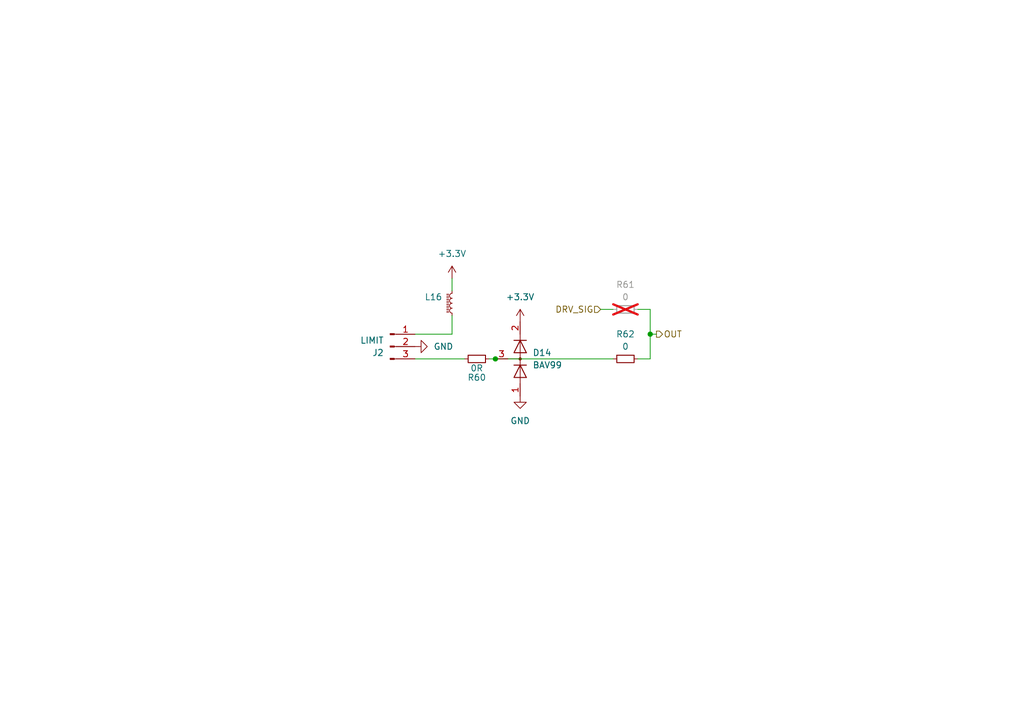
<source format=kicad_sch>
(kicad_sch (version 20230121) (generator eeschema)
  (paper "A5")
  (title_block (title "LumenPnP Motherboard") (date "2022-03-29") (company "Opulo"))
  (lib_symbols
    (symbol "+3.3V_1" (power) (pin_names (offset 0))
      (property "Value" "+3.3V_1" (at 0 3.556 0))
      (symbol "+3.3V_1_0_1"
        (polyline (pts (xy -0.762 1.27) (xy 0 2.54)))
        (polyline (pts (xy 0 0) (xy 0 2.54)))
        (polyline (pts (xy 0 2.54) (xy 0.762 1.27)))
      )
      (symbol "+3.3V_1_1_1"
        (pin power_in line (at 0 0 90) (length 0) hide (name "+3.3V") (number "1"))
      )
    )
    (symbol "Connector:Conn_01x03_Male" (pin_names (offset 1.016) hide)
      (property "Reference" "J" (at 0 5.08 0))
      (property "Value" "Conn_01x03_Male" (at 0 -5.08 0))
      (symbol "Conn_01x03_Male_1_1"
        (polyline (pts (xy 1.27 -2.54) (xy 0.8636 -2.54)) (stroke (width 0.1524)))
        (polyline (pts (xy 1.27 0) (xy 0.8636 0)) (stroke (width 0.1524)))
        (polyline (pts (xy 1.27 2.54) (xy 0.8636 2.54)) (stroke (width 0.1524)))
        (rectangle (start 0.8636 -2.413) (end 0 -2.667) (stroke (width 0.1524)) (fill (type outline)))
        (rectangle (start 0.8636 0.127) (end 0 -0.127) (stroke (width 0.1524)) (fill (type outline)))
        (rectangle (start 0.8636 2.667) (end 0 2.413) (stroke (width 0.1524)) (fill (type outline)))
        (pin passive line (at 5.08 2.54 180) (length 3.81) (name "Pin_1") (number "1"))
        (pin passive line (at 5.08 0 180) (length 3.81) (name "Pin_2") (number "2"))
        (pin passive line (at 5.08 -2.54 180) (length 3.81) (name "Pin_3") (number "3"))
      )
    )
    (symbol "Device:L_Ferrite_Small" (pin_numbers hide) (pin_names (offset 0.254) hide)
      (property "Reference" "L" (at 1.27 1.016 0))
      (property "Value" "L_Ferrite_Small" (at 1.27 -1.27 0))
      (symbol "L_Ferrite_Small_0_1"
        (arc (start 0 -2.032) (mid 0.5058 -1.524) (end 0 -1.016))
        (arc (start 0 -1.016) (mid 0.5058 -0.508) (end 0 0))
        (polyline (pts (xy 0.762 -1.905) (xy 0.762 -1.651)))
        (polyline (pts (xy 0.762 -1.397) (xy 0.762 -1.143)))
        (polyline (pts (xy 0.762 -0.889) (xy 0.762 -0.635)))
        (polyline (pts (xy 0.762 -0.381) (xy 0.762 -0.127)))
        (polyline (pts (xy 0.762 0.127) (xy 0.762 0.381)))
        (polyline (pts (xy 0.762 0.635) (xy 0.762 0.889)))
        (polyline (pts (xy 0.762 1.143) (xy 0.762 1.397)))
        (polyline (pts (xy 0.762 1.651) (xy 0.762 1.905)))
        (polyline (pts (xy 1.016 -1.651) (xy 1.016 -1.905)))
        (polyline (pts (xy 1.016 -1.143) (xy 1.016 -1.397)))
        (polyline (pts (xy 1.016 -0.635) (xy 1.016 -0.889)))
        (polyline (pts (xy 1.016 -0.127) (xy 1.016 -0.381)))
        (polyline (pts (xy 1.016 0.381) (xy 1.016 0.127)))
        (polyline (pts (xy 1.016 0.889) (xy 1.016 0.635)))
        (polyline (pts (xy 1.016 1.397) (xy 1.016 1.143)))
        (polyline (pts (xy 1.016 1.905) (xy 1.016 1.651)))
        (arc (start 0 0) (mid 0.5058 0.508) (end 0 1.016))
        (arc (start 0 1.016) (mid 0.5058 1.524) (end 0 2.032))
      )
      (symbol "L_Ferrite_Small_1_1"
        (pin passive line (at 0 2.54 270) (length 0.508) (name "~") (number "1"))
        (pin passive line (at 0 -2.54 90) (length 0.508) (name "~") (number "2"))
      )
    )
    (symbol "Device:R_Small" (pin_numbers hide) (pin_names (offset 0.254) hide)
      (property "Reference" "R" (at 0.762 0.508 0))
      (property "Value" "R_Small" (at 0.762 -1.016 0))
      (symbol "R_Small_0_1"
        (rectangle (start -0.762 1.778) (end 0.762 -1.778) (stroke (width 0.2032)))
      )
      (symbol "R_Small_1_1"
        (pin passive line (at 0 2.54 270) (length 0.762) (name "~") (number "1"))
        (pin passive line (at 0 -2.54 90) (length 0.762) (name "~") (number "2"))
      )
    )
    (symbol "Diode:BAV99" (pin_names hide)
      (property "Reference" "D" (at 0 5.08 0))
      (property "Value" "BAV99" (at 0 2.54 0))
      (symbol "BAV99_0_1"
        (polyline (pts (xy -5.08 0) (xy 5.08 0)))
      )
      (symbol "BAV99_1_1"
        (polyline (pts (xy 0 0) (xy 0 -2.54)))
        (polyline (pts (xy -1.27 -1.27) (xy -1.27 1.27) (xy -1.27 1.27)) (stroke (width 0.2032)))
        (polyline (pts (xy 3.81 1.27) (xy 3.81 -1.27) (xy 3.81 -1.27)) (stroke (width 0.2032)))
        (polyline (pts (xy -3.81 1.27) (xy -1.27 0) (xy -3.81 -1.27) (xy -3.81 1.27) (xy -3.81 1.27) (xy -3.81 1.27)) (stroke (width 0.2032)))
        (polyline (pts (xy 1.27 1.27) (xy 3.81 0) (xy 1.27 -1.27) (xy 1.27 1.27) (xy 1.27 1.27) (xy 1.27 1.27)) (stroke (width 0.2032)))
        (circle (center 0 0) (radius 0.254) (fill (type outline)))
        (pin passive line (at -7.62 0 0) (length 2.54) (name "K") (number "1"))
        (pin passive line (at 7.62 0 180) (length 2.54) (name "A") (number "2"))
        (pin passive line (at 0 -5.08 90) (length 2.54) (name "K") (number "3"))
      )
    )
    (symbol "GND_1" (power) (pin_names (offset 0))
      (property "Value" "GND_1" (at 0 -3.81 0))
      (symbol "GND_1_0_1"
        (polyline (pts (xy 0 0) (xy 0 -1.27) (xy 1.27 -1.27) (xy 0 -2.54) (xy -1.27 -1.27) (xy 0 -1.27)))
      )
      (symbol "GND_1_1_1"
        (pin power_in line (at 0 0 270) (length 0) hide (name "GND") (number "1"))
      )
    )
    (symbol "GND_2" (power) (pin_names (offset 0))
      (property "Value" "GND_2" (at 0 -3.81 0))
      (symbol "GND_2_0_1"
        (polyline (pts (xy 0 0) (xy 0 -1.27) (xy 1.27 -1.27) (xy 0 -2.54) (xy -1.27 -1.27) (xy 0 -1.27)))
      )
      (symbol "GND_2_1_1"
        (pin power_in line (at 0 0 270) (length 0) hide (name "GND") (number "1"))
      )
    )
  )
  (junction (at 133.35 68.58))
  (junction (at 101.6 73.66))
  (wire (pts (xy 123.19 63.5) (xy 125.73 63.5)))
  (wire (pts (xy 101.6 73.66) (xy 125.73 73.66)))
  (wire (pts (xy 95.25 73.66) (xy 85.09 73.66)))
  (wire (pts (xy 92.71 64.77) (xy 92.71 68.58)))
  (wire (pts (xy 134.62 68.58) (xy 133.35 68.58)))
  (wire (pts (xy 92.71 57.15) (xy 92.71 59.69)))
  (wire (pts (xy 101.6 73.66) (xy 100.33 73.66)))
  (wire (pts (xy 130.81 73.66) (xy 133.35 73.66)))
  (wire (pts (xy 133.35 68.58) (xy 133.35 73.66)))
  (wire (pts (xy 133.35 68.58) (xy 133.35 63.5)))
  (wire (pts (xy 92.71 68.58) (xy 85.09 68.58)))
  (wire (pts (xy 133.35 63.5) (xy 130.81 63.5)))
  (hierarchical_label "DRV_SIG" (shape input) (at 123.19 63.5 180))
  (hierarchical_label "OUT" (shape output) (at 134.62 68.58 0))
  (symbol (lib_id "Device:R_Small") (at 128.27 63.5 270) (mirror x) (unit 1) (dnp yes)
    (property "Reference" "R61" (at 128.27 58.42 90))
    (property "Value" "0" (at 128.27 60.96 90))
    (instances (project "mobo" (path "" (reference "R61") (unit 1)) (path "" (reference "R73") (unit 1)) (path "" (reference "R76") (unit 1))))
  )
  (symbol (lib_name "GND_2") (lib_id "power:GND") (at 85.09 71.12 90) (mirror x) (unit 1)
    (property "Reference" "#PWR083" (effects hide))
    (property "Value" "GND" (at 88.9 71.12 90) (effects (justify right)))
    (instances (project "mobo" (path "" (reference "#PWR083") (unit 1)) (path "" (reference "#PWR085") (unit 1)) (path "" (reference "#PWR0123") (unit 1))))
  )
  (symbol (lib_id "Device:R_Small") (at 128.27 73.66 270) (mirror x) (unit 1)
    (property "Reference" "R62" (at 128.27 68.58 90))
    (property "Value" "0" (at 128.27 71.12 90))
    (instances (project "mobo" (path "" (reference "R62") (unit 1)) (path "" (reference "R74") (unit 1)) (path "" (reference "R77") (unit 1))))
  )
  (symbol (lib_name "GND_1") (lib_id "power:GND") (at 106.68 81.28 0) (mirror y) (unit 1)
    (property "Reference" "#PWR0117" (effects hide))
    (property "Value" "GND" (at 106.68 86.36 0))
    (instances (project "mobo" (path "" (reference "#PWR0117") (unit 1)) (path "" (reference "#PWR0122") (unit 1)) (path "" (reference "#PWR0126") (unit 1))))
  )
  (symbol (lib_name "+3.3V_1") (lib_id "power:+3.3V") (at 92.71 57.15 0) (mirror y) (unit 1)
    (property "Reference" "#PWR0176" (effects hide))
    (property "Value" "+3.3V" (at 92.71 52.07 0))
    (instances (project "mobo" (path "" (reference "#PWR0176") (unit 1)) (path "" (reference "#PWR086") (unit 1)) (path "" (reference "#PWR0124") (unit 1))))
  )
  (symbol (lib_id "Diode:BAV99") (at 106.68 73.66 270) (mirror x) (unit 1)
    (property "Reference" "D14" (at 109.22 72.39 90) (effects (justify left)))
    (property "Value" "BAV99" (at 109.22 74.93 90) (effects (justify left)))
    (property "Footprint" "Package_TO_SOT_SMD:SOT-23" (effects hide))
    (property "Datasheet" "https://assets.nexperia.com/documents/data-sheet/BAV99_SER.pdf" (effects hide))
    (instances (project "mobo" (path "" (reference "D14") (unit 1)) (path "" (reference "D15") (unit 1)) (path "" (reference "D16") (unit 1))))
  )
  (symbol (lib_id "Device:R_Small") (at 97.79 73.66 90) (mirror x) (unit 1)
    (property "Reference" "R60" (at 97.79 77.47 90))
    (property "Value" "0R" (at 97.79 75.565 90))
    (property "Footprint" "Resistor_SMD:R_0805_2012Metric" (effects hide))
    (instances (project "mobo" (path "" (reference "R60") (unit 1)) (path "" (reference "R72") (unit 1)) (path "" (reference "R75") (unit 1))))
  )
  (symbol (lib_id "Device:L_Ferrite_Small") (at 92.71 62.23 0) (mirror y) (unit 1)
    (property "Reference" "L16" (at 88.9 60.96 0))
    (property "Footprint" "index:L_0805_2012Metric" (effects hide))
    (property "Notes" "50Ohm@100Mhz" (effects hide))
    (instances (project "mobo" (path "" (reference "L16") (unit 1)) (path "" (reference "L14") (unit 1)) (path "" (reference "L17") (unit 1))))
  )
  (symbol (lib_id "Connector:Conn_01x03_Male") (at 80.01 71.12 0) (unit 1)
    (property "Reference" "J2" (at 78.74 72.39 0) (effects (justify right)))
    (property "Value" "LIMIT" (at 78.74 69.85 0) (effects (justify right)))
    (property "Footprint" "Connector_JST:JST_PH_B3B-PH-SM4-TB_1x03-1MP_P2.00mm_Vertical" (effects hide))
    (property "LCSC" "C2316" (effects hide))
    (property "JLCPCB" "C2316" (effects hide))
    (property "Digikey" "455-2248-ND" (effects hide))
    (instances (project "mobo" (path "" (reference "J2") (unit 1)) (path "" (reference "J3") (unit 1)) (path "" (reference "J4") (unit 1))))
  )
  (symbol (lib_name "+3.3V_1") (lib_id "power:+3.3V") (at 106.68 66.04 0) (mirror y) (unit 1)
    (property "Reference" "#PWR084" (effects hide))
    (property "Value" "+3.3V" (at 106.68 60.96 0))
    (instances (project "mobo" (path "" (reference "#PWR084") (unit 1)) (path "" (reference "#PWR0121") (unit 1)) (path "" (reference "#PWR0125") (unit 1))))
  )
)
</source>
